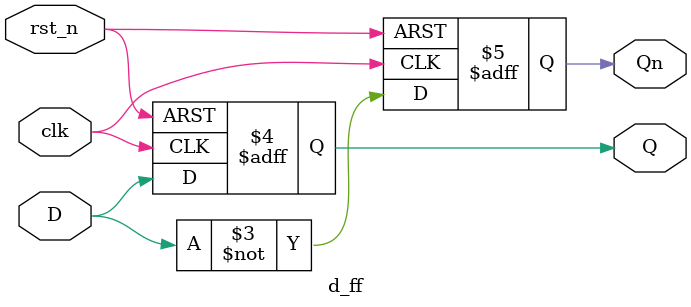
<source format=v>
`timescale 1ns / 1ps


module d_ff(output reg Q, Qn, input D, clk, rst_n);
    always @ (posedge clk, negedge rst_n)
    begin
        if (!rst_n)
        begin
            Q <= 1'b0;
            Qn <= 1'b1;
        end
        else
        begin
            Q <= D;
            Qn <= ~D;
        end
    end
endmodule

</source>
